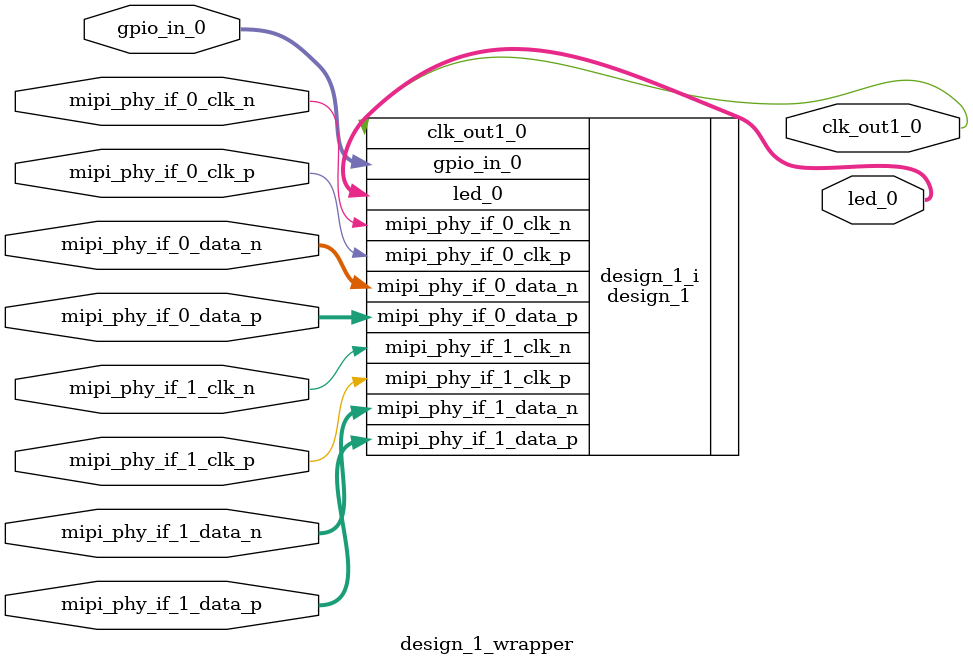
<source format=v>
`timescale 1 ps / 1 ps

module design_1_wrapper
   (clk_out1_0,
    gpio_in_0,
    led_0,
    mipi_phy_if_0_clk_n,
    mipi_phy_if_0_clk_p,
    mipi_phy_if_0_data_n,
    mipi_phy_if_0_data_p,
    mipi_phy_if_1_clk_n,
    mipi_phy_if_1_clk_p,
    mipi_phy_if_1_data_n,
    mipi_phy_if_1_data_p);
  output clk_out1_0;
  input [1:0]gpio_in_0;
  output [1:0]led_0;
  input mipi_phy_if_0_clk_n;
  input mipi_phy_if_0_clk_p;
  input [1:0]mipi_phy_if_0_data_n;
  input [1:0]mipi_phy_if_0_data_p;
  input mipi_phy_if_1_clk_n;
  input mipi_phy_if_1_clk_p;
  input [1:0]mipi_phy_if_1_data_n;
  input [1:0]mipi_phy_if_1_data_p;

  wire clk_out1_0;
  wire [1:0]gpio_in_0;
  wire [1:0]led_0;
  wire mipi_phy_if_0_clk_n;
  wire mipi_phy_if_0_clk_p;
  wire [1:0]mipi_phy_if_0_data_n;
  wire [1:0]mipi_phy_if_0_data_p;
  wire mipi_phy_if_1_clk_n;
  wire mipi_phy_if_1_clk_p;
  wire [1:0]mipi_phy_if_1_data_n;
  wire [1:0]mipi_phy_if_1_data_p;

  design_1 design_1_i
       (.clk_out1_0(clk_out1_0),
        .gpio_in_0(gpio_in_0),
        .led_0(led_0),
        .mipi_phy_if_0_clk_n(mipi_phy_if_0_clk_n),
        .mipi_phy_if_0_clk_p(mipi_phy_if_0_clk_p),
        .mipi_phy_if_0_data_n(mipi_phy_if_0_data_n),
        .mipi_phy_if_0_data_p(mipi_phy_if_0_data_p),
        .mipi_phy_if_1_clk_n(mipi_phy_if_1_clk_n),
        .mipi_phy_if_1_clk_p(mipi_phy_if_1_clk_p),
        .mipi_phy_if_1_data_n(mipi_phy_if_1_data_n),
        .mipi_phy_if_1_data_p(mipi_phy_if_1_data_p));
endmodule

</source>
